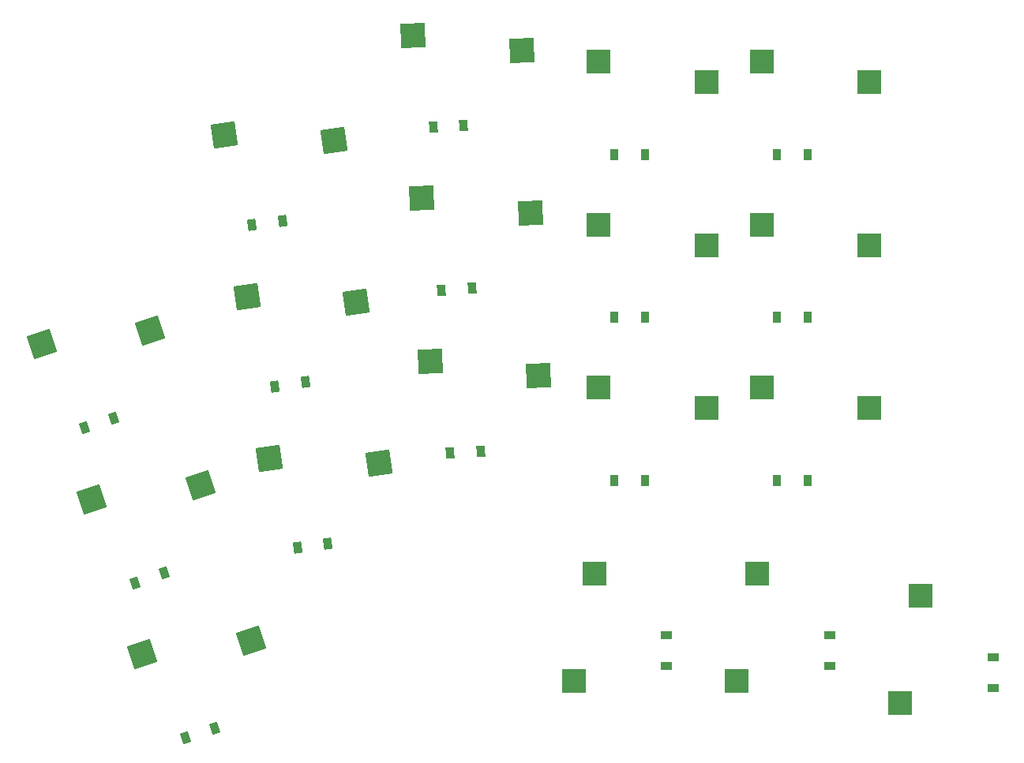
<source format=gbp>
G04 #@! TF.GenerationSoftware,KiCad,Pcbnew,8.0.7*
G04 #@! TF.CreationDate,2024-12-21T19:43:24+01:00*
G04 #@! TF.ProjectId,mint36tt_rev02_L,6d696e74-3336-4747-945f-72657630325f,0.2*
G04 #@! TF.SameCoordinates,Original*
G04 #@! TF.FileFunction,Paste,Bot*
G04 #@! TF.FilePolarity,Positive*
%FSLAX46Y46*%
G04 Gerber Fmt 4.6, Leading zero omitted, Abs format (unit mm)*
G04 Created by KiCad (PCBNEW 8.0.7) date 2024-12-21 19:43:24*
%MOMM*%
%LPD*%
G01*
G04 APERTURE LIST*
G04 Aperture macros list*
%AMRotRect*
0 Rectangle, with rotation*
0 The origin of the aperture is its center*
0 $1 length*
0 $2 width*
0 $3 Rotation angle, in degrees counterclockwise*
0 Add horizontal line*
21,1,$1,$2,0,0,$3*%
G04 Aperture macros list end*
%ADD10RotRect,2.600000X2.600000X18.000000*%
%ADD11R,0.900000X1.200000*%
%ADD12RotRect,2.600000X2.600000X8.000000*%
%ADD13RotRect,0.900000X1.200000X89.999999*%
%ADD14R,2.600000X2.600000*%
%ADD15RotRect,0.900000X1.200000X18.000000*%
%ADD16RotRect,0.900000X1.200000X3.000000*%
%ADD17RotRect,2.600000X2.600000X89.999999*%
%ADD18RotRect,0.900000X1.200000X8.000000*%
%ADD19RotRect,2.600000X2.600000X3.000000*%
G04 APERTURE END LIST*
D10*
X109776502Y-120164936D03*
X121441042Y-118688114D03*
D11*
X181140000Y-84015000D03*
X177840000Y-84015000D03*
D12*
X120982864Y-81789358D03*
X132726641Y-82360498D03*
D13*
X200990000Y-120490000D03*
X200990000Y-123790000D03*
D14*
X158715000Y-91565000D03*
X170265000Y-93765000D03*
D12*
X123418393Y-99119049D03*
X135162170Y-99690189D03*
D11*
X163640000Y-101515000D03*
X160340000Y-101515000D03*
D15*
X117535174Y-128106040D03*
X114396688Y-129125796D03*
D10*
X104368705Y-103521447D03*
X116033245Y-102044625D03*
D14*
X176215000Y-56565000D03*
X187765000Y-58765000D03*
D13*
X183490000Y-118115000D03*
X183490000Y-121415000D03*
D11*
X181140000Y-66515000D03*
X177840000Y-66515000D03*
D16*
X144247213Y-63420844D03*
X140951735Y-63593552D03*
X145163093Y-80896861D03*
X141867615Y-81069569D03*
D17*
X156040000Y-123040000D03*
X158240000Y-111490000D03*
D15*
X106719579Y-94819062D03*
X103581093Y-95838818D03*
D14*
X158715000Y-74065000D03*
X170265000Y-76265000D03*
D12*
X118547335Y-64459667D03*
X130291112Y-65030807D03*
D11*
X163640000Y-66515000D03*
X160340000Y-66515000D03*
D15*
X112127377Y-111462551D03*
X108988891Y-112482307D03*
D11*
X181140000Y-101515000D03*
X177840000Y-101515000D03*
D10*
X98960907Y-86877957D03*
X110625447Y-85401135D03*
D14*
X176215000Y-74065000D03*
X187765000Y-76265000D03*
D11*
X163640000Y-84015000D03*
X160340000Y-84015000D03*
D18*
X129680236Y-108286789D03*
X126412352Y-108746061D03*
D19*
X138808220Y-53742235D03*
X150457531Y-55334739D03*
D18*
X124809177Y-73627406D03*
X121541293Y-74086678D03*
X127244707Y-90957098D03*
X123976823Y-91416370D03*
D17*
X173540000Y-123040000D03*
X175740000Y-111490000D03*
D19*
X140639978Y-88694269D03*
X152289289Y-90286773D03*
D13*
X165990000Y-118115000D03*
X165990000Y-121415000D03*
D16*
X146078972Y-98372878D03*
X142783494Y-98545586D03*
D17*
X191040000Y-125415000D03*
X193240000Y-113865000D03*
D14*
X158715000Y-56565000D03*
X170265000Y-58765000D03*
D19*
X139724099Y-71218252D03*
X151373410Y-72810756D03*
D14*
X176215000Y-91565000D03*
X187765000Y-93765000D03*
M02*

</source>
